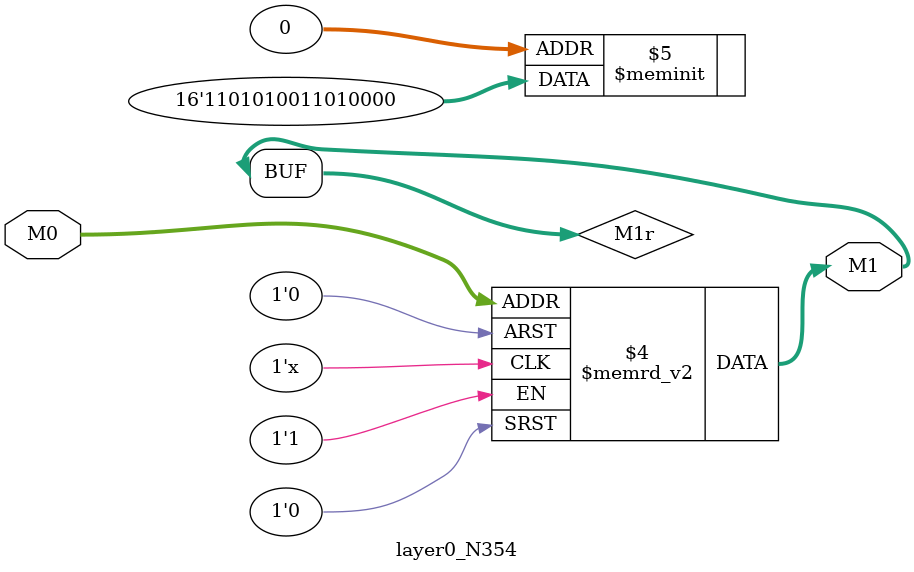
<source format=v>
module layer0_N354 ( input [2:0] M0, output [1:0] M1 );

	(*rom_style = "distributed" *) reg [1:0] M1r;
	assign M1 = M1r;
	always @ (M0) begin
		case (M0)
			3'b000: M1r = 2'b00;
			3'b100: M1r = 2'b00;
			3'b010: M1r = 2'b01;
			3'b110: M1r = 2'b01;
			3'b001: M1r = 2'b00;
			3'b101: M1r = 2'b01;
			3'b011: M1r = 2'b11;
			3'b111: M1r = 2'b11;

		endcase
	end
endmodule

</source>
